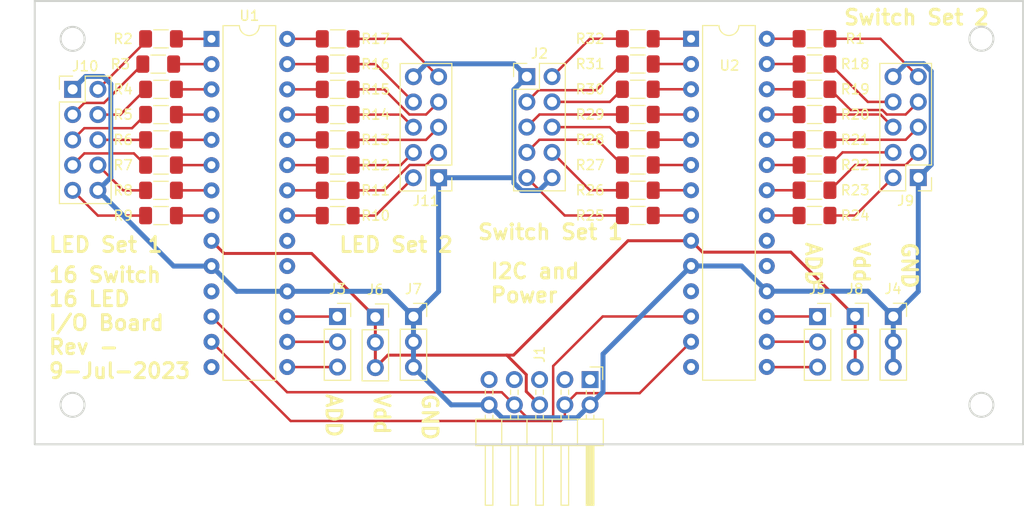
<source format=kicad_pcb>
(kicad_pcb (version 20221018) (generator pcbnew)
  (title_block (title "16 Switch, 16 LED I/O Board") (date "9-Jul-2023") (rev "-"))
  (layers (0 "F.Cu" signal) (31 "B.Cu" signal) (34 "B.Paste" user) (35 "F.Paste" user) (36 "B.SilkS" user "B.Silkscreen") (37 "F.SilkS" user "F.Silkscreen") (38 "B.Mask" user) (39 "F.Mask" user) (44 "Edge.Cuts" user))
  (net 0 "")
  (net 1 "+3.3V")
  (net 2 "GND")
  (net 5 "Net-(J3-Pin_1)")
  (net 6 "Net-(J3-Pin_2)")
  (net 7 "Net-(J3-Pin_3)")
  (net 12 "Net-(J5-Pin_1)")
  (net 13 "Net-(J5-Pin_2)")
  (net 14 "Net-(J5-Pin_3)")
  (net 17 "Net-(J2-Pin_2)")
  (net 18 "Net-(J2-Pin_3)")
  (net 19 "Net-(J2-Pin_4)")
  (net 20 "Net-(J2-Pin_5)")
  (net 21 "Net-(J2-Pin_6)")
  (net 22 "Net-(J2-Pin_7)")
  (net 23 "Net-(U1-GPB0)")
  (net 24 "Net-(U1-GPB1)")
  (net 25 "Net-(U1-GPB2)")
  (net 26 "Net-(U1-GPB3)")
  (net 27 "Net-(U1-GPB4)")
  (net 28 "Net-(U1-GPB5)")
  (net 29 "Net-(U1-GPB6)")
  (net 30 "Net-(U1-GPB7)")
  (net 31 "Net-(U1-GPA0)")
  (net 32 "Net-(U1-GPA1)")
  (net 33 "Net-(U1-GPA2)")
  (net 34 "Net-(U1-GPA3)")
  (net 35 "Net-(U1-GPA4)")
  (net 36 "Net-(U1-GPA5)")
  (net 37 "Net-(U1-GPA6)")
  (net 38 "Net-(U1-GPA7)")
  (net 39 "Net-(J2-Pin_8)")
  (net 40 "Net-(J2-Pin_9)")
  (net 41 "Net-(J9-Pin_2)")
  (net 42 "Net-(J9-Pin_3)")
  (net 43 "Net-(J9-Pin_4)")
  (net 44 "Net-(J9-Pin_5)")
  (net 45 "Net-(J9-Pin_6)")
  (net 46 "Net-(J9-Pin_7)")
  (net 47 "Net-(J9-Pin_8)")
  (net 48 "Net-(J9-Pin_9)")
  (net 49 "Net-(J10-Pin_2)")
  (net 50 "Net-(J10-Pin_3)")
  (net 51 "Net-(J10-Pin_4)")
  (net 52 "Net-(J10-Pin_5)")
  (net 53 "Net-(J10-Pin_6)")
  (net 54 "Net-(J10-Pin_7)")
  (net 55 "Net-(J10-Pin_8)")
  (net 56 "Net-(J10-Pin_9)")
  (net 57 "Net-(J11-Pin_2)")
  (net 58 "Net-(J11-Pin_3)")
  (net 59 "Net-(J11-Pin_4)")
  (net 60 "Net-(J11-Pin_5)")
  (net 61 "Net-(J11-Pin_6)")
  (net 62 "Net-(J11-Pin_7)")
  (net 63 "Net-(J11-Pin_8)")
  (net 64 "Net-(J11-Pin_9)")
  (net 70 "/SDA")
  (net 71 "/SCK")
  (net 72 "Net-(U2-GPA7)")
  (net 73 "Net-(U2-GPA6)")
  (net 74 "Net-(U2-GPA5)")
  (net 75 "Net-(U2-GPA4)")
  (net 76 "Net-(U2-GPA3)")
  (net 77 "Net-(U2-GPA2)")
  (net 78 "Net-(U2-GPA1)")
  (net 79 "Net-(U2-GPA0)")
  (net 80 "Net-(U2-GPB7)")
  (net 81 "Net-(U2-GPB6)")
  (net 82 "Net-(U2-GPB5)")
  (net 83 "Net-(U2-GPB4)")
  (net 84 "Net-(U2-GPB3)")
  (net 85 "Net-(U2-GPB2)")
  (net 86 "Net-(U2-GPB1)")
  (net 87 "Net-(U2-GPB0)")
  (footprint "Resistor_SMD:R_1206_3216Metric_Pad1.30x1.75mm_HandSolder" (layer "F.Cu") (at 139.71 115.58)
    (fp_text reference "R8")
    (fp_text value "120R")
  )
  (footprint "Resistor_SMD:R_1206_3216Metric_Pad1.30x1.75mm_HandSolder" (layer "F.Cu") (at 205.46 113.03)
    (fp_text reference "R22")
    (fp_text value "1k")
  )
  (footprint "Connector_PinHeader_2.54mm:PinHeader_2x05_P2.54mm_Vertical" (layer "F.Cu") (at 130.82 105.42)
    (fp_text reference "J10")
    (fp_text value "Conn_02x05_Odd_Even")
  )
  (footprint "Resistor_SMD:R_1206_3216Metric_Pad1.30x1.75mm_HandSolder" (layer "F.Cu") (at 139.71 105.42)
    (fp_text reference "R4")
    (fp_text value "120R")
  )
  (footprint "Resistor_SMD:R_1206_3216Metric_Pad1.30x1.75mm_HandSolder" (layer "F.Cu") (at 157.49 113.04 180)
    (fp_text reference "R12")
    (fp_text value "120R")
  )
  (footprint "Connector_PinSocket_2.54mm:PinSocket_1x03_P2.54mm_Vertical" (layer "F.Cu") (at 205.765 128.285)
    (fp_text reference "J5")
    (fp_text value "Conn_01x03")
  )
  (footprint "Resistor_SMD:R_1206_3216Metric_Pad1.30x1.75mm_HandSolder" (layer "F.Cu") (at 157.49 102.88 180)
    (fp_text reference "R16")
    (fp_text value "120R")
  )
  (footprint "Connector_PinHeader_2.54mm:PinHeader_2x05_P2.54mm_Vertical" (layer "F.Cu") (at 176.515 104.14)
    (fp_text reference "J2")
    (fp_text value "Conn_02x05_Odd_Even")
  )
  (footprint "Resistor_SMD:R_1206_3216Metric_Pad1.30x1.75mm_HandSolder" (layer "F.Cu") (at 139.71 110.5)
    (fp_text reference "R6")
    (fp_text value "120R")
  )
  (footprint "Resistor_SMD:R_1206_3216Metric_Pad1.30x1.75mm_HandSolder" (layer "F.Cu") (at 157.49 115.58 180)
    (fp_text reference "R11")
    (fp_text value "120R")
  )
  (footprint "Resistor_SMD:R_1206_3216Metric_Pad1.30x1.75mm_HandSolder" (layer "F.Cu") (at 205.46 115.57)
    (fp_text reference "R23")
    (fp_text value "1k")
  )
  (footprint "Resistor_SMD:R_1206_3216Metric_Pad1.30x1.75mm_HandSolder" (layer "F.Cu") (at 187.68 107.95 180)
    (fp_text reference "R29")
    (fp_text value "1k")
  )
  (footprint "Connector_PinHeader_2.54mm:PinHeader_2x05_P2.54mm_Vertical" (layer "F.Cu") (at 167.64 114.31 180)
    (fp_text reference "J11")
    (fp_text value "Conn_02x05_Odd_Even")
  )
  (footprint "Resistor_SMD:R_1206_3216Metric_Pad1.30x1.75mm_HandSolder" (layer "F.Cu") (at 157.49 107.96 180)
    (fp_text reference "R14")
    (fp_text value "120R")
  )
  (footprint "Resistor_SMD:R_1206_3216Metric_Pad1.30x1.75mm_HandSolder" (layer "F.Cu") (at 187.68 115.57 180)
    (fp_text reference "R26")
    (fp_text value "1k")
  )
  (footprint "Resistor_SMD:R_1206_3216Metric_Pad1.30x1.75mm_HandSolder" (layer "F.Cu") (at 157.49 100.34 180)
    (fp_text reference "R17")
    (fp_text value "120R")
  )
  (footprint "Resistor_SMD:R_1206_3216Metric_Pad1.30x1.75mm_HandSolder" (layer "F.Cu") (at 139.43 102.88)
    (fp_text reference "R3")
    (fp_text value "120R")
  )
  (footprint "Resistor_SMD:R_1206_3216Metric_Pad1.30x1.75mm_HandSolder" (layer "F.Cu") (at 157.49 118.12 180)
    (fp_text reference "R10")
    (fp_text value "120R")
  )
  (footprint "Resistor_SMD:R_1206_3216Metric_Pad1.30x1.75mm_HandSolder" (layer "F.Cu") (at 187.68 110.49 180)
    (fp_text reference "R28")
    (fp_text value "1k")
  )
  (footprint "Resistor_SMD:R_1206_3216Metric_Pad1.30x1.75mm_HandSolder" (layer "F.Cu") (at 205.46 102.87)
    (fp_text reference "R18")
    (fp_text value "1k")
  )
  (footprint "Resistor_SMD:R_1206_3216Metric_Pad1.30x1.75mm_HandSolder" (layer "F.Cu") (at 157.49 105.42 180)
    (fp_text reference "R15")
    (fp_text value "120R")
  )
  (footprint "Resistor_SMD:R_1206_3216Metric_Pad1.30x1.75mm_HandSolder" (layer "F.Cu") (at 139.71 107.96)
    (fp_text reference "R5")
    (fp_text value "120R")
  )
  (footprint "Resistor_SMD:R_1206_3216Metric_Pad1.30x1.75mm_HandSolder" (layer "F.Cu") (at 205.46 107.95)
    (fp_text reference "R20")
    (fp_text value "1k")
  )
  (footprint "Resistor_SMD:R_1206_3216Metric_Pad1.30x1.75mm_HandSolder" (layer "F.Cu") (at 187.68 118.11 180)
    (fp_text reference "R25")
    (fp_text value "1k")
  )
  (footprint "Resistor_SMD:R_1206_3216Metric_Pad1.30x1.75mm_HandSolder" (layer "F.Cu") (at 187.68 113.03 180)
    (fp_text reference "R27")
    (fp_text value "1k")
  )
  (footprint "Connector_PinSocket_2.54mm:PinSocket_1x03_P2.54mm_Vertical" (layer "F.Cu") (at 213.385 128.27)
    (fp_text reference "J4")
    (fp_text value "Conn_01x03")
  )
  (footprint "Resistor_SMD:R_1206_3216Metric_Pad1.30x1.75mm_HandSolder" (layer "F.Cu") (at 205.46 100.33)
    (fp_text reference "R1")
    (fp_text value "1k")
  )
  (footprint "Resistor_SMD:R_1206_3216Metric_Pad1.30x1.75mm_HandSolder" (layer "F.Cu") (at 157.49 110.5 180)
    (fp_text reference "R13")
    (fp_text value "120R")
  )
  (footprint "Resistor_SMD:R_1206_3216Metric_Pad1.30x1.75mm_HandSolder" (layer "F.Cu") (at 187.68 105.41 180)
    (fp_text reference "R30")
    (fp_text value "1k")
  )
  (footprint "Resistor_SMD:R_1206_3216Metric_Pad1.30x1.75mm_HandSolder" (layer "F.Cu") (at 139.71 118.12)
    (fp_text reference "R9")
    (fp_text value "120R")
  )
  (footprint "Resistor_SMD:R_1206_3216Metric_Pad1.30x1.75mm_HandSolder" (layer "F.Cu") (at 139.71 100.34)
    (fp_text reference "R2")
    (fp_text value "120R")
  )
  (footprint "Resistor_SMD:R_1206_3216Metric_Pad1.30x1.75mm_HandSolder" (layer "F.Cu") (at 139.71 113.04)
    (fp_text reference "R7")
    (fp_text value "120R")
  )
  (footprint "Resistor_SMD:R_1206_3216Metric_Pad1.30x1.75mm_HandSolder" (layer "F.Cu") (at 205.46 105.41)
    (fp_text reference "R19")
    (fp_text value "1k")
  )
  (footprint "Resistor_SMD:R_1206_3216Metric_Pad1.30x1.75mm_HandSolder" (layer "F.Cu") (at 187.68 100.33 180)
    (fp_text reference "R32")
    (fp_text value "1k")
  )
  (footprint "Connector_PinSocket_2.54mm:PinSocket_1x03_P2.54mm_Vertical" (layer "F.Cu") (at 209.55 128.27)
    (fp_text reference "J8")
    (fp_text value "Conn_01x03")
  )
  (footprint "Connector_PinSocket_2.54mm:PinSocket_1x03_P2.54mm_Vertical" (layer "F.Cu") (at 157.465 128.28)
    (fp_text reference "J3")
    (fp_text value "Conn_01x03")
  )
  (footprint "Connector_PinSocket_2.54mm:PinSocket_1x03_P2.54mm_Vertical" (layer "F.Cu") (at 161.275 128.3375)
    (fp_text reference "J6")
    (fp_text value "Conn_01x03")
  )
  (footprint "Package_DIP:DIP-28_W7.62mm" (layer "F.Cu") (at 144.79 100.34)
    (fp_text reference "U1")
    (fp_text value "MCP23017_SP")
  )
  (footprint "Resistor_SMD:R_1206_3216Metric_Pad1.30x1.75mm_HandSolder" (layer "F.Cu") (at 205.46 118.11)
    (fp_text reference "R24")
    (fp_text value "1k")
  )
  (footprint "Resistor_SMD:R_1206_3216Metric_Pad1.30x1.75mm_HandSolder" (layer "F.Cu") (at 187.68 102.87 180)
    (fp_text reference "R31")
    (fp_text value "1k")
  )
  (footprint "Connector_PinHeader_2.54mm:PinHeader_2x05_P2.54mm_Vertical" (layer "F.Cu") (at 215.9 114.3 180)
    (fp_text reference "J9")
    (fp_text value "Conn_02x05_Odd_Even")
  )
  (footprint "Connector_PinSocket_2.54mm:PinSocket_1x03_P2.54mm_Vertical" (layer "F.Cu") (at 165.11 128.28)
    (fp_text reference "J7")
    (fp_text value "Conn_01x03")
  )
  (footprint "Resistor_SMD:R_1206_3216Metric_Pad1.30x1.75mm_HandSolder" (layer "F.Cu") (at 205.46 110.49)
    (fp_text reference "R21")
    (fp_text value "1k")
  )
  (footprint "Package_DIP:DIP-28_W7.62mm" (layer "F.Cu") (at 193.04 100.33)
    (fp_text reference "U2")
    (fp_text value "MCP23017_SP")
  )
  (footprint "Connector_PinHeader_2.54mm:PinHeader_2x05_P2.54mm_Horizontal" (layer "F.Cu") (at 182.88 134.62 -90)
    (fp_text reference "J1")
    (fp_text value "Conn_02x05_Odd_Even")
  )
  (gr_circle (center 222.25 137.16) (end 223.45905 137.16) (stroke (width 0.2)) (fill none) (layer "Edge.Cuts"))
  (gr_rect (start 127.01 96.53) (end 226.44 141.13) (stroke (width 0.2)) (fill none) (layer "Edge.Cuts"))
  (gr_circle (center 130.82 100.34) (end 130.82 101.54905) (stroke (width 0.2)) (fill none) (layer "Edge.Cuts"))
  (gr_circle (center 222.25 100.33) (end 223.45905 100.33) (stroke (width 0.2)) (fill none) (layer "Edge.Cuts"))
  (gr_circle (center 130.81 137.16) (end 130.81 138.36905) (stroke (width 0.2)) (fill none) (layer "Edge.Cuts"))
  (gr_text "GND\n\nVdd\n\nADD" (at 156.22 135.9 270) (layer "F.SilkS") (effects (font (size 1.5 1.5) (thickness 0.3) bold) (justify left bottom)))
  (gr_text "Switch Set 2" (at 208.28 99.06) (layer "F.SilkS") (effects (font (size 1.5 1.5) (thickness 0.3) bold) (justify left bottom)))
  (gr_text "Switch Set 1" (at 171.45 120.65) (layer "F.SilkS") (effects (font (size 1.5 1.5) (thickness 0.3) bold) (justify left bottom)))
  (gr_text "GND\n\nVdd\n\nADD" (at 204.47 120.65 270) (layer "F.SilkS") (effects (font (size 1.5 1.5) (thickness 0.3) bold) (justify left bottom)))
  (gr_text "I2C and\nPower" (at 172.72 127) (layer "F.SilkS") (effects (font (size 1.5 1.5) (thickness 0.3) bold) (justify left bottom)))
  (gr_text "16 Switch\n16 LED\nI/O Board\nRev -\n9-Jul-2023" (at 128.27 134.62) (layer "F.SilkS") (effects (font (size 1.5 1.5) (thickness 0.3) bold) (justify left bottom)))
  (gr_text "LED Set 2" (at 157.49 121.93) (layer "F.SilkS") (effects (font (size 1.5 1.5) (thickness 0.3) bold) (justify left bottom)))
  (gr_text "LED Set 1" (at 128.28 121.93) (layer "F.SilkS") (effects (font (size 1.5 1.5) (thickness 0.3) bold) (justify left bottom)))
  (segment (start 209.55 130.81) (end 209.55 133.35) (width 0.3) (layer "F.Cu") (net 1))
  (segment (start 176.46 135.82) (end 176.46 134.122943) (width 0.3) (layer "F.Cu") (net 1))
  (segment (start 174.497057 132.16) (end 175.18 132.16) (width 0.3) (layer "F.Cu") (net 1))
  (segment (start 177.8 137.16) (end 176.46 135.82) (width 0.3) (layer "F.Cu") (net 1))
  (segment (start 161.275 128.3375) (end 161.275 130.8775) (width 0.3) (layer "F.Cu") (net 1))
  (segment (start 161.275 130.8775) (end 161.275 133.4175) (width 0.3) (layer "F.Cu") (net 1))
  (segment (start 209.55 128.27) (end 203.08 121.8) (width 0.3) (layer "F.Cu") (net 1))
  (segment (start 209.55 128.27) (end 209.55 130.81) (width 0.3) (layer "F.Cu") (net 1))
  (segment (start 154.8675 121.93) (end 146.06 121.93) (width 0.3) (layer "F.Cu") (net 1))
  (segment (start 203.08 121.8) (end 194.19 121.8) (width 0.3) (layer "F.Cu") (net 1))
  (segment (start 161.275 128.3375) (end 154.8675 121.93) (width 0.3) (layer "F.Cu") (net 1))
  (segment (start 174.497057 132.16) (end 162.5325 132.16) (width 0.3) (layer "F.Cu") (net 1))
  (segment (start 146.06 121.93) (end 144.79 120.66) (width 0.3) (layer "F.Cu") (net 1))
  (segment (start 176.46 134.122943) (end 174.497057 132.16) (width 0.3) (layer "F.Cu") (net 1))
  (segment (start 186.69 120.65) (end 193.04 120.65) (width 0.3) (layer "F.Cu") (net 1))
  (segment (start 175.18 132.16) (end 186.69 120.65) (width 0.3) (layer "F.Cu") (net 1))
  (segment (start 194.19 121.8) (end 193.04 120.65) (width 0.3) (layer "F.Cu") (net 1))
  (segment (start 162.5325 132.16) (end 161.275 133.4175) (width 0.3) (layer "F.Cu") (net 1))
  (segment (start 166.4 102.85) (end 175.225 102.85) (width 0.5) (layer "B.Cu") (net 2))
  (segment (start 217.2 103.601522) (end 216.438478 102.84) (width 0.5) (layer "B.Cu") (net 2))
  (segment (start 184.18 132.05) (end 193.04 123.19) (width 0.5) (layer "B.Cu") (net 2))
  (segment (start 175.976522 115.6) (end 175.215 114.838478) (width 0.5) (layer "B.Cu") (net 2))
  (segment (start 213.385 130.81) (end 213.385 128.27) (width 0.5) (layer "B.Cu") (net 2))
  (segment (start 152.41 125.74) (end 147.33 125.74) (width 0.5) (layer "B.Cu") (net 2))
  (segment (start 200.66 125.73) (end 210.845 125.73) (width 0.5) (layer "B.Cu") (net 2))
  (segment (start 175.225 102.85) (end 176.515 104.14) (width 0.5) (layer "B.Cu") (net 2))
  (segment (start 174.02 138.46) (end 172.72 137.16) (width 0.5) (layer "B.Cu") (net 2))
  (segment (start 214.66 102.84) (end 213.36 104.14) (width 0.5) (layer "B.Cu") (net 2))
  (segment (start 182.88 137.16) (end 181.58 138.46) (width 0.5) (layer "B.Cu") (net 2))
  (segment (start 179.055 114.3) (end 177.755 115.6) (width 0.5) (layer "B.Cu") (net 2))
  (segment (start 175.215 114.838478) (end 175.215 114.3) (width 0.5) (layer "B.Cu") (net 2))
  (segment (start 198.12 123.19) (end 200.66 125.73) (width 0.5) (layer "B.Cu") (net 2))
  (segment (start 133.898478 104.12) (end 132.12 104.12) (width 0.5) (layer "B.Cu") (net 2))
  (segment (start 132.12 104.12) (end 130.82 105.42) (width 0.5) (layer "B.Cu") (net 2))
  (segment (start 182.88 137.16) (end 184.18 135.86) (width 0.5) (layer "B.Cu") (net 2))
  (segment (start 167.64 125.75) (end 165.11 128.28) (width 0.5) (layer "B.Cu") (net 2))
  (segment (start 140.98 123.2) (end 133.36 115.58) (width 0.5) (layer "B.Cu") (net 2))
  (segment (start 147.33 125.74) (end 144.79 123.2) (width 0.5) (layer "B.Cu") (net 2))
  (segment (start 167.64 114.31) (end 167.64 125.75) (width 0.5) (layer "B.Cu") (net 2))
  (segment (start 172.72 137.16) (end 168.91 137.16) (width 0.5) (layer "B.Cu") (net 2))
  (segment (start 217.2 113) (end 217.2 103.601522) (width 0.5) (layer "B.Cu") (net 2))
  (segment (start 215.9 114.3) (end 215.9 125.755) (width 0.5) (layer "B.Cu") (net 2))
  (segment (start 165.11 133.36) (end 165.11 130.82) (width 0.5) (layer "B.Cu") (net 2))
  (segment (start 162.57 125.74) (end 152.41 125.74) (width 0.5) (layer "B.Cu") (net 2))
  (segment (start 175.215 114.3) (end 175.215 105.44) (width 0.5) (layer "B.Cu") (net 2))
  (segment (start 181.58 138.46) (end 174.02 138.46) (width 0.5) (layer "B.Cu") (net 2))
  (segment (start 213.385 133.35) (end 213.385 130.81) (width 0.5) (layer "B.Cu") (net 2))
  (segment (start 165.11 128.28) (end 162.57 125.74) (width 0.5) (layer "B.Cu") (net 2))
  (segment (start 167.64 114.31) (end 175.205 114.31) (width 0.5) (layer "B.Cu") (net 2))
  (segment (start 215.9 125.755) (end 213.385 128.27) (width 0.5) (layer "B.Cu") (net 2))
  (segment (start 193.04 123.19) (end 198.12 123.19) (width 0.5) (layer "B.Cu") (net 2))
  (segment (start 215.9 114.3) (end 217.2 113) (width 0.5) (layer "B.Cu") (net 2))
  (segment (start 168.91 137.16) (end 165.11 133.36) (width 0.5) (layer "B.Cu") (net 2))
  (segment (start 133.36 115.58) (end 134.66 114.28) (width 0.5) (layer "B.Cu") (net 2))
  (segment (start 175.205 114.31) (end 175.215 114.3) (width 0.5) (layer "B.Cu") (net 2))
  (segment (start 134.66 104.881522) (end 133.898478 104.12) (width 0.5) (layer "B.Cu") (net 2))
  (segment (start 184.18 135.86) (end 184.18 132.05) (width 0.5) (layer "B.Cu") (net 2))
  (segment (start 144.79 123.2) (end 140.98 123.2) (width 0.5) (layer "B.Cu") (net 2))
  (segment (start 177.755 115.6) (end 175.976522 115.6) (width 0.5) (layer "B.Cu") (net 2))
  (segment (start 216.438478 102.84) (end 214.66 102.84) (width 0.5) (layer "B.Cu") (net 2))
  (segment (start 165.11 130.82) (end 165.11 128.28) (width 0.5) (layer "B.Cu") (net 2))
  (segment (start 134.66 114.28) (end 134.66 104.881522) (width 0.5) (layer "B.Cu") (net 2))
  (segment (start 175.215 105.44) (end 176.515 104.14) (width 0.5) (layer "B.Cu") (net 2))
  (segment (start 165.1 104.15) (end 166.4 102.85) (width 0.5) (layer "B.Cu") (net 2))
  (segment (start 210.845 125.73) (end 213.385 128.27) (width 0.5) (layer "B.Cu") (net 2))
  (segment (start 152.41 128.28) (end 157.465 128.28) (width 0.25) (layer "F.Cu") (net 5))
  (segment (start 152.41 130.82) (end 157.465 130.82) (width 0.25) (layer "F.Cu") (net 6))
  (segment (start 152.41 133.36) (end 157.465 133.36) (width 0.25) (layer "F.Cu") (net 7))
  (segment (start 205.75 128.27) (end 205.765 128.285) (width 0.25) (layer "F.Cu") (net 12))
  (segment (start 200.66 128.27) (end 205.75 128.27) (width 0.25) (layer "F.Cu") (net 12))
  (segment (start 200.66 130.81) (end 205.75 130.81) (width 0.25) (layer "F.Cu") (net 13))
  (segment (start 205.75 130.81) (end 205.765 130.825) (width 0.25) (layer "F.Cu") (net 13))
  (segment (start 205.765 133.365) (end 200.675 133.365) (width 0.25) (layer "F.Cu") (net 14))
  (segment (start 200.675 133.365) (end 200.66 133.35) (width 0.25) (layer "F.Cu") (net 14))
  (segment (start 182.865 100.33) (end 179.055 104.14) (width 0.25) (layer "F.Cu") (net 17))
  (segment (start 186.13 100.33) (end 182.865 100.33) (width 0.25) (layer "F.Cu") (net 17))
  (segment (start 177.69 105.505) (end 176.515 106.68) (width 0.25) (layer "F.Cu") (net 18))
  (segment (start 186.13 102.87) (end 183.495 105.505) (width 0.25) (layer "F.Cu") (net 18))
  (segment (start 183.495 105.505) (end 177.69 105.505) (width 0.25) (layer "F.Cu") (net 18))
  (segment (start 184.86 106.68) (end 179.055 106.68) (width 0.25) (layer "F.Cu") (net 19))
  (segment (start 186.13 105.41) (end 184.86 106.68) (width 0.25) (layer "F.Cu") (net 19))
  (segment (start 186.13 107.95) (end 177.785 107.95) (width 0.25) (layer "F.Cu") (net 20))
  (segment (start 177.785 107.95) (end 176.515 109.22) (width 0.25) (layer "F.Cu") (net 20))
  (segment (start 184.86 109.22) (end 179.055 109.22) (width 0.25) (layer "F.Cu") (net 21))
  (segment (start 186.13 110.49) (end 184.86 109.22) (width 0.25) (layer "F.Cu") (net 21))
  (segment (start 186.13 113.03) (end 183.59 110.49) (width 0.25) (layer "F.Cu") (net 22))
  (segment (start 183.59 110.49) (end 177.785 110.49) (width 0.25) (layer "F.Cu") (net 22))
  (segment (start 177.785 110.49) (end 176.515 111.76) (width 0.25) (layer "F.Cu") (net 22))
  (segment (start 144.79 100.34) (end 141.26 100.34) (width 0.25) (layer "F.Cu") (net 23))
  (segment (start 144.79 102.88) (end 140.98 102.88) (width 0.25) (layer "F.Cu") (net 24))
  (segment (start 144.79 105.42) (end 141.26 105.42) (width 0.25) (layer "F.Cu") (net 25))
  (segment (start 144.79 107.96) (end 140.98 107.96) (width 0.25) (layer "F.Cu") (net 26))
  (segment (start 144.79 110.5) (end 141.26 110.5) (width 0.25) (layer "F.Cu") (net 27))
  (segment (start 144.79 113.04) (end 141.26 113.04) (width 0.25) (layer "F.Cu") (net 28))
  (segment (start 144.79 115.58) (end 141.26 115.58) (width 0.25) (layer "F.Cu") (net 29))
  (segment (start 144.79 118.12) (end 141.26 118.12) (width 0.25) (layer "F.Cu") (net 30))
  (segment (start 152.41 118.12) (end 155.94 118.12) (width 0.25) (layer "F.Cu") (net 31))
  (segment (start 152.41 115.58) (end 155.94 115.58) (width 0.25) (layer "F.Cu") (net 32))
  (segment (start 152.41 113.04) (end 155.94 113.04) (width 0.25) (layer "F.Cu") (net 33))
  (segment (start 152.41 110.5) (end 155.94 110.5) (width 0.25) (layer "F.Cu") (net 34))
  (segment (start 152.41 107.96) (end 155.94 107.96) (width 0.25) (layer "F.Cu") (net 35))
  (segment (start 152.41 105.42) (end 155.94 105.42) (width 0.25) (layer "F.Cu") (net 36))
  (segment (start 152.41 102.88) (end 155.94 102.88) (width 0.25) (layer "F.Cu") (net 37))
  (segment (start 152.41 100.34) (end 155.94 100.34) (width 0.25) (layer "F.Cu") (net 38))
  (segment (start 182.865 115.57) (end 179.055 111.76) (width 0.25) (layer "F.Cu") (net 39))
  (segment (start 186.13 115.57) (end 182.865 115.57) (width 0.25) (layer "F.Cu") (net 39))
  (segment (start 180.325 118.11) (end 176.515 114.3) (width 0.25) (layer "F.Cu") (net 40))
  (segment (start 186.13 118.11) (end 180.325 118.11) (width 0.25) (layer "F.Cu") (net 40))
  (segment (start 209.55 118.11) (end 213.36 114.3) (width 0.25) (layer "F.Cu") (net 41))
  (segment (start 207.01 118.11) (end 209.55 118.11) (width 0.25) (layer "F.Cu") (net 41))
  (segment (start 209.55 113.03) (end 214.63 113.03) (width 0.25) (layer "F.Cu") (net 42))
  (segment (start 207.01 115.57) (end 209.55 113.03) (width 0.25) (layer "F.Cu") (net 42))
  (segment (start 214.63 113.03) (end 215.9 111.76) (width 0.25) (layer "F.Cu") (net 42))
  (segment (start 208.28 111.76) (end 213.36 111.76) (width 0.25) (layer "F.Cu") (net 43))
  (segment (start 207.01 113.03) (end 208.28 111.76) (width 0.25) (layer "F.Cu") (net 43))
  (segment (start 214.63 110.49) (end 215.9 109.22) (width 0.25) (layer "F.Cu") (net 44))
  (segment (start 207.01 110.49) (end 214.63 110.49) (width 0.25) (layer "F.Cu") (net 44))
  (segment (start 207.01 107.95) (end 212.09 107.95) (width 0.25) (layer "F.Cu") (net 45))
  (segment (start 212.09 107.95) (end 213.36 109.22) (width 0.25) (layer "F.Cu") (net 45))
  (segment (start 214.63 107.95) (end 215.9 106.68) (width 0.25) (layer "F.Cu") (net 46))
  (segment (start 207.01 105.41) (end 209.1 107.5) (width 0.25) (layer "F.Cu") (net 46))
  (segment (start 209.1 107.5) (end 212.276396 107.5) (width 0.25) (layer "F.Cu") (net 46))
  (segment (start 212.726396 107.95) (end 214.63 107.95) (width 0.25) (layer "F.Cu") (net 46))
  (segment (start 212.276396 107.5) (end 212.726396 107.95) (width 0.25) (layer "F.Cu") (net 46))
  (segment (start 207.01 102.87) (end 210.82 106.68) (width 0.25) (layer "F.Cu") (net 47))
  (segment (start 210.82 106.68) (end 213.36 106.68) (width 0.25) (layer "F.Cu") (net 47))
  (segment (start 212.09 100.33) (end 215.9 104.14) (width 0.25) (layer "F.Cu") (net 48))
  (segment (start 207.01 100.33) (end 212.09 100.33) (width 0.25) (layer "F.Cu") (net 48))
  (segment (start 138.16 100.34) (end 138.16 100.62) (width 0.25) (layer "F.Cu") (net 49))
  (segment (start 138.16 100.62) (end 133.36 105.42) (width 0.25) (layer "F.Cu") (net 49))
  (segment (start 131.995 106.785) (end 130.82 107.96) (width 0.25) (layer "F.Cu") (net 50))
  (segment (start 137.88 102.88) (end 133.975 106.785) (width 0.25) (layer "F.Cu") (net 50))
  (segment (start 133.975 106.785) (end 131.995 106.785) (width 0.25) (layer "F.Cu") (net 50))
  (segment (start 135.62 107.96) (end 133.36 107.96) (width 0.25) (layer "F.Cu") (net 51))
  (segment (start 138.16 105.42) (end 135.62 107.96) (width 0.25) (layer "F.Cu") (net 51))
  (segment (start 136.795 109.325) (end 131.995 109.325) (width 0.25) (layer "F.Cu") (net 52))
  (segment (start 131.995 109.325) (end 130.82 110.5) (width 0.25) (layer "F.Cu") (net 52))
  (segment (start 138.16 107.96) (end 136.795 109.325) (width 0.25) (layer "F.Cu") (net 52))
  (segment (start 138.16 110.5) (end 133.36 110.5) (width 0.25) (layer "F.Cu") (net 53))
  (segment (start 136.985 111.865) (end 131.995 111.865) (width 0.25) (layer "F.Cu") (net 54))
  (segment (start 138.16 113.04) (end 136.985 111.865) (width 0.25) (layer "F.Cu") (net 54))
  (segment (start 131.995 111.865) (end 130.82 113.04) (width 0.25) (layer "F.Cu") (net 54))
  (segment (start 138.16 115.58) (end 135.9 115.58) (width 0.25) (layer "F.Cu") (net 55))
  (segment (start 135.9 115.58) (end 133.36 113.04) (width 0.25) (layer "F.Cu") (net 55))
  (segment (start 133.36 118.12) (end 130.82 115.58) (width 0.25) (layer "F.Cu") (net 56))
  (segment (start 138.16 118.12) (end 133.36 118.12) (width 0.25) (layer "F.Cu") (net 56))
  (segment (start 161.29 118.12) (end 165.1 114.31) (width 0.25) (layer "F.Cu") (net 57))
  (segment (start 159.04 118.12) (end 161.29 118.12) (width 0.25) (layer "F.Cu") (net 57))
  (segment (start 162.168299 115.58) (end 164.718299 113.03) (width 0.25) (layer "F.Cu") (net 58))
  (segment (start 166.38 113.03) (end 167.64 111.77) (width 0.25) (layer "F.Cu") (net 58))
  (segment (start 164.718299 113.03) (end 166.38 113.03) (width 0.25) (layer "F.Cu") (net 58))
  (segment (start 159.04 115.58) (end 162.168299 115.58) (width 0.25) (layer "F.Cu") (net 58))
  (segment (start 163.83 113.04) (end 165.1 111.77) (width 0.25) (layer "F.Cu") (net 59))
  (segment (start 159.04 113.04) (end 163.83 113.04) (width 0.25) (layer "F.Cu") (net 59))
  (segment (start 166.37 110.5) (end 167.64 109.23) (width 0.25) (layer "F.Cu") (net 60))
  (segment (start 159.04 110.5) (end 166.37 110.5) (width 0.25) (layer "F.Cu") (net 60))
  (segment (start 159.04 107.96) (end 163.83 107.96) (width 0.25) (layer "F.Cu") (net 61))
  (segment (start 163.83 107.96) (end 165.1 109.23) (width 0.25) (layer "F.Cu") (net 61))
  (segment (start 162.168299 105.42) (end 164.698299 107.95) (width 0.25) (layer "F.Cu") (net 62))
  (segment (start 164.698299 107.95) (end 166.38 107.95) (width 0.25) (layer "F.Cu") (net 62))
  (segment (start 166.38 107.95) (end 167.64 106.69) (width 0.25) (layer "F.Cu") (net 62))
  (segment (start 159.04 105.42) (end 162.168299 105.42) (width 0.25) (layer "F.Cu") (net 62))
  (segment (start 159.04 102.88) (end 161.29 102.88) (width 0.25) (layer "F.Cu") (net 63))
  (segment (start 161.29 102.88) (end 165.1 106.69) (width 0.25) (layer "F.Cu") (net 63))
  (segment (start 163.83 100.34) (end 167.64 104.15) (width 0.25) (layer "F.Cu") (net 64))
  (segment (start 159.04 100.34) (end 163.83 100.34) (width 0.25) (layer "F.Cu") (net 64))
  (segment (start 152.755 138.785) (end 144.79 130.82) (width 0.25) (layer "F.Cu") (net 70))
  (segment (start 180.34 137.16) (end 181.515 135.985) (width 0.25) (layer "F.Cu") (net 70))
  (segment (start 181.515 135.985) (end 187.865 135.985) (width 0.25) (layer "F.Cu") (net 70))
  (segment (start 187.865 135.985) (end 193.04 130.81) (width 0.25) (layer "F.Cu") (net 70))
  (segment (start 179.917081 138.785) (end 152.755 138.785) (width 0.25) (layer "F.Cu") (net 70))
  (segment (start 180.34 138.362081) (end 179.917081 138.785) (width 0.25) (layer "F.Cu") (net 70))
  (segment (start 180.34 137.16) (end 180.34 138.362081) (width 0.25) (layer "F.Cu") (net 70))
  (segment (start 176.435 138.335) (end 175.26 137.16) (width 0.25) (layer "F.Cu") (net 71))
  (segment (start 175.26 137.16) (end 173.99 135.89) (width 0.25) (layer "F.Cu") (net 71))
  (segment (start 173.99 135.89) (end 152.4 135.89) (width 0.25) (layer "F.Cu") (net 71))
  (segment (start 152.4 135.89) (end 144.79 128.28) (width 0.25) (layer "F.Cu") (net 71))
  (segment (start 179.165 138.335) (end 176.435 138.335) (width 0.25) (layer "F.Cu") (net 71))
  (segment (start 179.165 133.255) (end 179.165 138.335) (width 0.25) (layer "F.Cu") (net 71))
  (segment (start 184.15 128.27) (end 179.165 133.255) (width 0.25) (layer "F.Cu") (net 71))
  (segment (start 193.04 128.27) (end 184.15 128.27) (width 0.25) (layer "F.Cu") (net 71))
  (segment (start 200.66 100.33) (end 203.91 100.33) (width 0.25) (layer "F.Cu") (net 72))
  (segment (start 200.66 102.87) (end 203.91 102.87) (width 0.25) (layer "F.Cu") (net 73))
  (segment (start 200.66 105.41) (end 203.91 105.41) (width 0.25) (layer "F.Cu") (net 74))
  (segment (start 200.66 107.95) (end 203.91 107.95) (width 0.25) (layer "F.Cu") (net 75))
  (segment (start 200.66 110.49) (end 203.91 110.49) (width 0.25) (layer "F.Cu") (net 76))
  (segment (start 200.66 113.03) (end 203.91 113.03) (width 0.25) (layer "F.Cu") (net 77))
  (segment (start 200.66 115.57) (end 203.91 115.57) (width 0.25) (layer "F.Cu") (net 78))
  (segment (start 200.66 118.11) (end 203.91 118.11) (width 0.25) (layer "F.Cu") (net 79))
  (segment (start 193.04 118.11) (end 189.23 118.11) (width 0.25) (layer "F.Cu") (net 80))
  (segment (start 193.04 115.57) (end 189.23 115.57) (width 0.25) (layer "F.Cu") (net 81))
  (segment (start 193.04 113.03) (end 189.23 113.03) (width 0.25) (layer "F.Cu") (net 82))
  (segment (start 193.04 110.49) (end 189.23 110.49) (width 0.25) (layer "F.Cu") (net 83))
  (segment (start 193.04 107.95) (end 189.23 107.95) (width 0.25) (layer "F.Cu") (net 84))
  (segment (start 193.04 105.41) (end 189.23 105.41) (width 0.25) (layer "F.Cu") (net 85))
  (segment (start 193.04 102.87) (end 189.23 102.87) (width 0.25) (layer "F.Cu") (net 86))
  (segment (start 193.04 100.33) (end 189.23 100.33) (width 0.25) (layer "F.Cu") (net 87))
)
</source>
